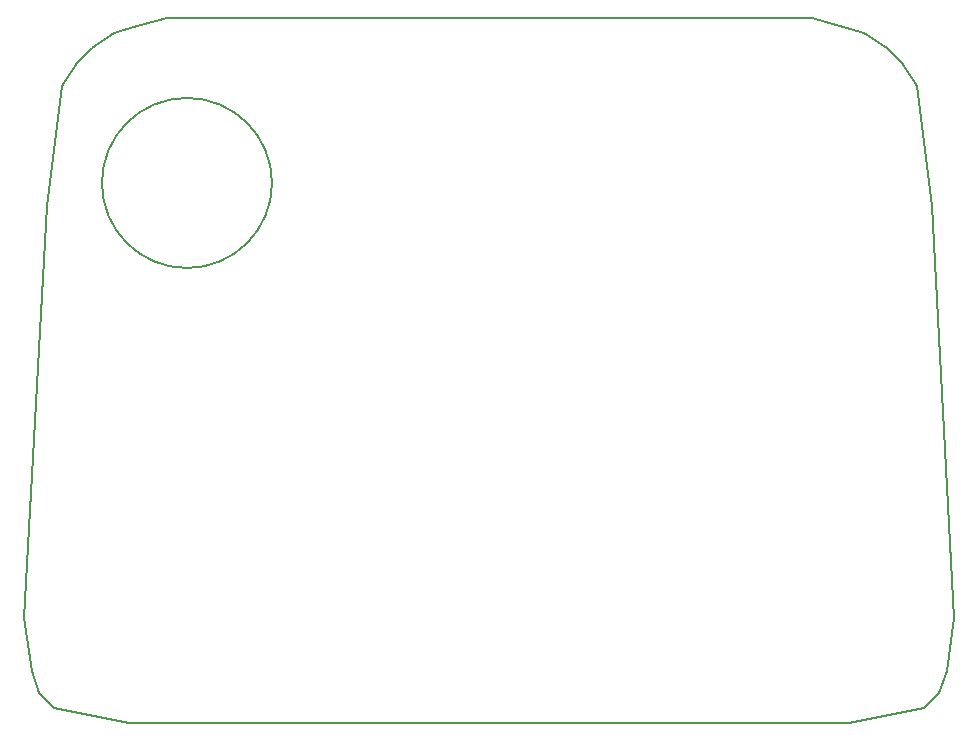
<source format=gbr>
G04 #@! TF.GenerationSoftware,KiCad,Pcbnew,5.0.2+dfsg1-1~bpo9+1*
G04 #@! TF.CreationDate,2021-02-20T06:45:10-05:00*
G04 #@! TF.ProjectId,vexas,76657861-732e-46b6-9963-61645f706362,rev?*
G04 #@! TF.SameCoordinates,Original*
G04 #@! TF.FileFunction,Profile,NP*
%FSLAX46Y46*%
G04 Gerber Fmt 4.6, Leading zero omitted, Abs format (unit mm)*
G04 Created by KiCad (PCBNEW 5.0.2+dfsg1-1~bpo9+1) date Sat 20 Feb 2021 06:45:10 AM EST*
%MOMM*%
%LPD*%
G01*
G04 APERTURE LIST*
%ADD10C,0.150000*%
G04 APERTURE END LIST*
D10*
X193700000Y-66000000D02*
G75*
G03X193700000Y-66000000I-7200000J0D01*
G01*
X172720000Y-102870000D02*
X174625000Y-67945000D01*
X249555000Y-67945000D02*
X251460000Y-102870000D01*
X239395000Y-52070000D02*
X184785000Y-52070000D01*
X243840000Y-53340000D02*
X239395000Y-52070000D01*
X245745000Y-54610000D02*
X243840000Y-53340000D01*
X247015000Y-55880000D02*
X245745000Y-54610000D01*
X248285000Y-57785000D02*
X247015000Y-55880000D01*
X249555000Y-67945000D02*
X248285000Y-57785000D01*
X182245000Y-52705000D02*
X184785000Y-52070000D01*
X180340000Y-53340000D02*
X182245000Y-52705000D01*
X178435000Y-54610000D02*
X180340000Y-53340000D01*
X177165000Y-55880000D02*
X178435000Y-54610000D01*
X175895000Y-57785000D02*
X177165000Y-55880000D01*
X174625000Y-67945000D02*
X175895000Y-57785000D01*
X250825000Y-107315000D02*
X251460000Y-102870000D01*
X250190000Y-109220000D02*
X250825000Y-107315000D01*
X173355000Y-107315000D02*
X172720000Y-102870000D01*
X173990000Y-109220000D02*
X173355000Y-107315000D01*
X242570000Y-111760000D02*
X248920000Y-110490000D01*
X181610000Y-111760000D02*
X242570000Y-111760000D01*
X175260000Y-110490000D02*
X181610000Y-111760000D01*
X173990000Y-109220000D02*
X175260000Y-110490000D01*
X248920000Y-110490000D02*
X250190000Y-109220000D01*
M02*

</source>
